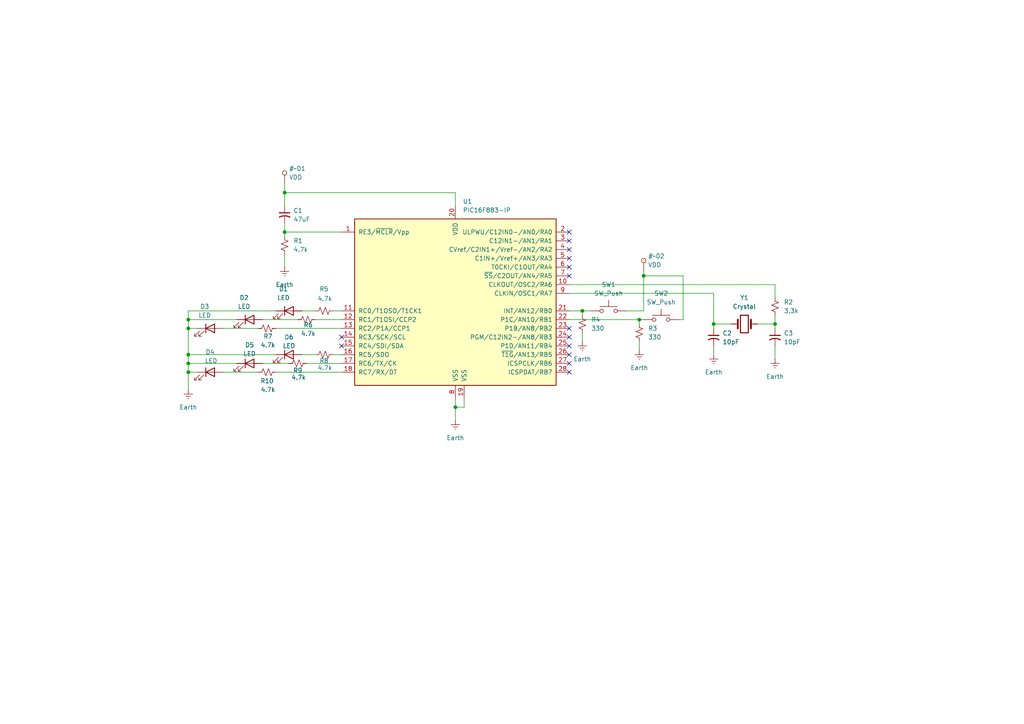
<source format=kicad_sch>
(kicad_sch (version 20250114) (generator "eeschema") (generator_version "9.0")
  (paper "A4")
  (lib_symbols
    (symbol "1New_symbol_Library_Payden_8_0_7:VDD" (power) (in_bom no) (on_board no)
      (property "Reference" "~" (at -1.27 4.064 0))
      (property "Value" "VDD" (at 0 2.286 0))
      (symbol "VDD_1_1"
        (circle (center 0 0.635) (radius 0.635) (fill (type background)))
        (pin power_in line (at 0 -2.54 90) (length 2.54) (name "") (number ""))
      )
    )
    (symbol "Device:C_Small_US" (pin_numbers (hide yes)) (pin_names (offset 0.254) (hide yes))
      (property "Reference" "C" (at 0.254 1.778 0))
      (property "Value" "C_Small_US" (at 0.254 -2.032 0))
      (symbol "C_Small_US_0_1"
        (polyline (pts (xy -1.524 0.508) (xy 1.524 0.508)) (stroke (width 0.3048)))
        (arc (start -1.524 -0.762) (mid 0 -0.3734) (end 1.524 -0.762) (stroke (width 0.3048)))
      )
      (symbol "C_Small_US_1_1"
        (pin passive line (at 0 2.54 270) (length 2.032) (name "~") (number "1"))
        (pin passive line (at 0 -2.54 90) (length 2.032) (name "~") (number "2"))
      )
    )
    (symbol "Device:Crystal" (pin_numbers (hide yes)) (pin_names (offset 1.016) (hide yes))
      (property "Reference" "Y" (at 0 3.81 0))
      (property "Value" "Crystal" (at 0 -3.81 0))
      (symbol "Crystal_0_1"
        (polyline (pts (xy -2.54 0) (xy -1.905 0)))
        (polyline (pts (xy -1.905 -1.27) (xy -1.905 1.27)) (stroke (width 0.508)))
        (rectangle (start -1.143 2.54) (end 1.143 -2.54) (stroke (width 0.3048)))
        (polyline (pts (xy 1.905 -1.27) (xy 1.905 1.27)) (stroke (width 0.508)))
        (polyline (pts (xy 2.54 0) (xy 1.905 0)))
      )
      (symbol "Crystal_1_1"
        (pin passive line (at -3.81 0 0) (length 1.27) (name "1") (number "1"))
        (pin passive line (at 3.81 0 180) (length 1.27) (name "2") (number "2"))
      )
    )
    (symbol "Device:LED" (pin_numbers (hide yes)) (pin_names (offset 1.016) (hide yes))
      (property "Reference" "D" (at 0 2.54 0))
      (property "Value" "LED" (at 0 -2.54 0))
      (symbol "LED_0_1"
        (polyline (pts (xy -3.048 -0.762) (xy -4.572 -2.286) (xy -3.81 -2.286) (xy -4.572 -2.286) (xy -4.572 -1.524)))
        (polyline (pts (xy -1.778 -0.762) (xy -3.302 -2.286) (xy -2.54 -2.286) (xy -3.302 -2.286) (xy -3.302 -1.524)))
        (polyline (pts (xy -1.27 0) (xy 1.27 0)))
        (polyline (pts (xy -1.27 -1.27) (xy -1.27 1.27)) (stroke (width 0.254)))
        (polyline (pts (xy 1.27 -1.27) (xy 1.27 1.27) (xy -1.27 0) (xy 1.27 -1.27)) (stroke (width 0.254)))
      )
      (symbol "LED_1_1"
        (pin passive line (at -3.81 0 0) (length 2.54) (name "K") (number "1"))
        (pin passive line (at 3.81 0 180) (length 2.54) (name "A") (number "2"))
      )
    )
    (symbol "Device:R_Small_US" (pin_numbers (hide yes)) (pin_names (offset 0.254) (hide yes))
      (property "Reference" "R" (at 0.762 0.508 0))
      (property "Value" "R_Small_US" (at 0.762 -1.016 0))
      (symbol "R_Small_US_1_1"
        (polyline (pts (xy 0 1.524) (xy 1.016 1.143) (xy 0 0.762) (xy -1.016 0.381) (xy 0 0)))
        (polyline (pts (xy 0 0) (xy 1.016 -0.381) (xy 0 -0.762) (xy -1.016 -1.143) (xy 0 -1.524)))
        (pin passive line (at 0 2.54 270) (length 1.016) (name "~") (number "1"))
        (pin passive line (at 0 -2.54 90) (length 1.016) (name "~") (number "2"))
      )
    )
    (symbol "MCU_Microchip_PIC16:PIC16F883-IP" (pin_names (offset 1.016))
      (property "Reference" "U" (at 13.97 27.94 0))
      (property "Value" "PIC16F883-IP" (at 13.97 25.4 0))
      (symbol "PIC16F883-IP_0_1"
        (rectangle (start -29.21 24.13) (end 29.21 -24.13) (stroke (width 0.254)) (fill (type background)))
      )
      (symbol "PIC16F883-IP_1_1"
        (pin bidirectional line (at -33.02 20.32 0) (length 3.81) (name "RE3/~{MCLR}/Vpp") (number "1"))
        (pin bidirectional line (at -33.02 -2.54 0) (length 3.81) (name "RC0/T1OSO/T1CK1") (number "11"))
        (pin bidirectional line (at -33.02 -5.08 0) (length 3.81) (name "RC1/T1OSI/CCP2") (number "12"))
        (pin bidirectional line (at -33.02 -7.62 0) (length 3.81) (name "RC2/P1A/CCP1") (number "13"))
        (pin bidirectional line (at -33.02 -10.16 0) (length 3.81) (name "RC3/SCK/SCL") (number "14"))
        (pin bidirectional line (at -33.02 -12.7 0) (length 3.81) (name "RC4/SDI/SDA") (number "15"))
        (pin bidirectional line (at -33.02 -15.24 0) (length 3.81) (name "RC5/SDO") (number "16"))
        (pin bidirectional line (at -33.02 -17.78 0) (length 3.81) (name "RC6/TX/CK") (number "17"))
        (pin bidirectional line (at -33.02 -20.32 0) (length 3.81) (name "RC7/RX/DT") (number "18"))
        (pin power_in line (at 0 27.94 270) (length 3.81) (name "VDD") (number "20"))
        (pin power_in line (at 0 -27.94 90) (length 3.81) (name "VSS") (number "8"))
        (pin power_in line (at 2.54 -27.94 90) (length 3.81) (name "VSS") (number "19"))
        (pin bidirectional line (at 33.02 20.32 180) (length 3.81) (name "ULPWU/C12IN0-/AN0/RA0") (number "2"))
        (pin bidirectional line (at 33.02 17.78 180) (length 3.81) (name "C12IN1-/AN1/RA1") (number "3"))
        (pin bidirectional line (at 33.02 15.24 180) (length 3.81) (name "CVref/C2IN1+/Vref-/AN2/RA2") (number "4"))
        (pin bidirectional line (at 33.02 12.7 180) (length 3.81) (name "C1IN+/Vref+/AN3/RA3") (number "5"))
        (pin bidirectional line (at 33.02 10.16 180) (length 3.81) (name "T0CKI/C1OUT/RA4") (number "6"))
        (pin bidirectional line (at 33.02 7.62 180) (length 3.81) (name "~{SS}/C2OUT/AN4/RA5") (number "7"))
        (pin bidirectional line (at 33.02 5.08 180) (length 3.81) (name "CLKOUT/OSC2/RA6") (number "10"))
        (pin input line (at 33.02 2.54 180) (length 3.81) (name "CLKIN/OSC1/RA7") (number "9"))
        (pin bidirectional line (at 33.02 -2.54 180) (length 3.81) (name "INT/AN12/RB0") (number "21"))
        (pin bidirectional line (at 33.02 -5.08 180) (length 3.81) (name "P1C/AN10/RB1") (number "22"))
        (pin bidirectional line (at 33.02 -7.62 180) (length 3.81) (name "P1B/AN8/RB2") (number "23"))
        (pin bidirectional line (at 33.02 -10.16 180) (length 3.81) (name "PGM/C12IN2-/AN8/RB3") (number "24"))
        (pin bidirectional line (at 33.02 -12.7 180) (length 3.81) (name "P1D/AN11/RB4") (number "25"))
        (pin bidirectional line (at 33.02 -15.24 180) (length 3.81) (name "~{T1G}/AN13/RB5") (number "26"))
        (pin bidirectional line (at 33.02 -17.78 180) (length 3.81) (name "ICSPCLK/RB6") (number "27"))
        (pin bidirectional line (at 33.02 -20.32 180) (length 3.81) (name "ICSPDAT/RB7") (number "28"))
      )
    )
    (symbol "Switch:SW_Push" (pin_numbers (hide yes)) (pin_names (offset 1.016) (hide yes))
      (property "Reference" "SW" (at 1.27 2.54 0))
      (property "Value" "SW_Push" (at 0 -1.524 0))
      (symbol "SW_Push_0_1"
        (circle (center -2.032 0) (radius 0.508))
        (polyline (pts (xy 0 1.27) (xy 0 3.048)))
        (circle (center 2.032 0) (radius 0.508))
        (polyline (pts (xy 2.54 1.27) (xy -2.54 1.27)))
        (pin passive line (at -5.08 0 0) (length 2.54) (name "1") (number "1"))
        (pin passive line (at 5.08 0 180) (length 2.54) (name "2") (number "2"))
      )
    )
    (symbol "power:Earth" (power) (pin_numbers (hide yes)) (pin_names (offset 0) (hide yes))
      (property "Value" "Earth" (at 0 -3.81 0))
      (symbol "Earth_0_1"
        (polyline (pts (xy -0.635 -1.905) (xy 0.635 -1.905)))
        (polyline (pts (xy -0.127 -2.54) (xy 0.127 -2.54)))
        (polyline (pts (xy 0 -1.27) (xy 0 0)))
        (polyline (pts (xy 1.27 -1.27) (xy -1.27 -1.27)))
      )
      (symbol "Earth_1_1"
        (pin power_in line (at 0 0 270) (length 0) (name "~") (number "1"))
      )
    )
  )
  (junction (at 54.61 102.87))
  (junction (at 82.55 55.88))
  (junction (at 207.01 93.98))
  (junction (at 54.61 107.95))
  (junction (at 168.91 90.17))
  (junction (at 54.61 105.41))
  (junction (at 186.69 80.01))
  (junction (at 224.79 93.98))
  (junction (at 54.61 92.71))
  (junction (at 54.61 95.25))
  (junction (at 185.42 92.71))
  (junction (at 82.55 67.31))
  (junction (at 132.08 118.11))
  (no_connect (at 165.1 95.25))
  (no_connect (at 165.1 72.39))
  (no_connect (at 165.1 69.85))
  (no_connect (at 165.1 107.95))
  (no_connect (at 99.06 100.33))
  (no_connect (at 165.1 97.79))
  (no_connect (at 165.1 105.41))
  (no_connect (at 165.1 67.31))
  (no_connect (at 165.1 77.47))
  (no_connect (at 165.1 100.33))
  (no_connect (at 99.06 97.79))
  (no_connect (at 165.1 102.87))
  (no_connect (at 165.1 74.93))
  (no_connect (at 165.1 80.01))
  (wire (pts (xy 82.55 67.31) (xy 82.55 68.58)))
  (wire (pts (xy 168.91 90.17) (xy 168.91 91.44)))
  (wire (pts (xy 82.55 55.88) (xy 132.08 55.88)))
  (wire (pts (xy 82.55 53.34) (xy 82.55 55.88)))
  (wire (pts (xy 64.77 107.95) (xy 74.93 107.95)))
  (wire (pts (xy 186.69 80.01) (xy 186.69 78.74)))
  (wire (pts (xy 224.79 100.33) (xy 224.79 104.14)))
  (wire (pts (xy 54.61 107.95) (xy 54.61 113.03)))
  (wire (pts (xy 80.01 107.95) (xy 99.06 107.95)))
  (wire (pts (xy 185.42 99.06) (xy 185.42 101.6)))
  (wire (pts (xy 54.61 105.41) (xy 54.61 107.95)))
  (wire (pts (xy 54.61 95.25) (xy 54.61 102.87)))
  (wire (pts (xy 76.2 92.71) (xy 86.36 92.71)))
  (wire (pts (xy 207.01 93.98) (xy 212.09 93.98)))
  (wire (pts (xy 88.9 105.41) (xy 99.06 105.41)))
  (wire (pts (xy 168.91 96.52) (xy 168.91 99.06)))
  (wire (pts (xy 165.1 90.17) (xy 168.91 90.17)))
  (wire (pts (xy 68.58 92.71) (xy 54.61 92.71)))
  (wire (pts (xy 224.79 93.98) (xy 224.79 95.25)))
  (wire (pts (xy 91.44 92.71) (xy 99.06 92.71)))
  (wire (pts (xy 132.08 115.57) (xy 132.08 118.11)))
  (wire (pts (xy 134.62 115.57) (xy 134.62 118.11)))
  (wire (pts (xy 87.63 102.87) (xy 91.44 102.87)))
  (wire (pts (xy 165.1 82.55) (xy 224.79 82.55)))
  (wire (pts (xy 224.79 82.55) (xy 224.79 86.36)))
  (wire (pts (xy 76.2 105.41) (xy 83.82 105.41)))
  (wire (pts (xy 54.61 105.41) (xy 68.58 105.41)))
  (wire (pts (xy 96.52 90.17) (xy 99.06 90.17)))
  (wire (pts (xy 54.61 102.87) (xy 54.61 105.41)))
  (wire (pts (xy 82.55 67.31) (xy 99.06 67.31)))
  (wire (pts (xy 185.42 93.98) (xy 185.42 92.71)))
  (wire (pts (xy 80.01 90.17) (xy 54.61 90.17)))
  (wire (pts (xy 57.15 95.25) (xy 54.61 95.25)))
  (wire (pts (xy 224.79 91.44) (xy 224.79 93.98)))
  (wire (pts (xy 219.71 93.98) (xy 224.79 93.98)))
  (wire (pts (xy 207.01 85.09) (xy 207.01 93.98)))
  (wire (pts (xy 54.61 90.17) (xy 54.61 92.71)))
  (wire (pts (xy 132.08 118.11) (xy 134.62 118.11)))
  (wire (pts (xy 132.08 59.69) (xy 132.08 55.88)))
  (wire (pts (xy 181.61 90.17) (xy 186.69 90.17)))
  (wire (pts (xy 54.61 102.87) (xy 80.01 102.87)))
  (wire (pts (xy 165.1 85.09) (xy 207.01 85.09)))
  (wire (pts (xy 198.12 92.71) (xy 196.85 92.71)))
  (wire (pts (xy 168.91 90.17) (xy 171.45 90.17)))
  (wire (pts (xy 82.55 55.88) (xy 82.55 59.69)))
  (wire (pts (xy 96.52 102.87) (xy 99.06 102.87)))
  (wire (pts (xy 87.63 90.17) (xy 91.44 90.17)))
  (wire (pts (xy 82.55 64.77) (xy 82.55 67.31)))
  (wire (pts (xy 198.12 80.01) (xy 186.69 80.01)))
  (wire (pts (xy 57.15 107.95) (xy 54.61 107.95)))
  (wire (pts (xy 165.1 92.71) (xy 185.42 92.71)))
  (wire (pts (xy 198.12 92.71) (xy 198.12 80.01)))
  (wire (pts (xy 207.01 100.33) (xy 207.01 102.87)))
  (wire (pts (xy 185.42 92.71) (xy 186.69 92.71)))
  (wire (pts (xy 186.69 90.17) (xy 186.69 80.01)))
  (wire (pts (xy 207.01 93.98) (xy 207.01 95.25)))
  (wire (pts (xy 64.77 95.25) (xy 74.93 95.25)))
  (wire (pts (xy 132.08 118.11) (xy 132.08 121.92)))
  (wire (pts (xy 82.55 73.66) (xy 82.55 77.47)))
  (wire (pts (xy 54.61 92.71) (xy 54.61 95.25)))
  (wire (pts (xy 80.01 95.25) (xy 99.06 95.25)))
  (symbol (lib_id "Device:C_Small_US") (at 224.79 97.79 0) (unit 1)
    (property "Reference" "C3" (at 227.33 96.6469 0) (effects (justify left)))
    (property "Value" "10pF" (at 227.33 99.1869 0) (effects (justify left)))
    (property "Description" "capacitor, small US symbol" (effects (hide yes)))
  )
  (symbol (lib_id "Device:Crystal") (at 215.9 93.98 0) (unit 1)
    (property "Reference" "Y1" (at 215.9 86.36 0))
    (property "Value" "Crystal" (at 215.9 88.9 0))
    (property "Description" "Two pin crystal" (effects (hide yes)))
  )
  (symbol (lib_id "Device:C_Small_US") (at 82.55 62.23 0) (unit 1)
    (property "Reference" "C1" (at 85.09 61.0869 0) (effects (justify left)))
    (property "Value" "47uF" (at 85.09 63.6269 0) (effects (justify left)))
    (property "Description" "capacitor, small US symbol" (effects (hide yes)))
  )
  (symbol (lib_id "Device:R_Small_US") (at 77.47 107.95 270) (unit 1)
    (property "Reference" "R10" (at 77.47 110.49 90))
    (property "Value" "4.7k" (at 77.724 113.03 90))
    (property "Description" "Resistor, small US symbol" (effects (hide yes)))
  )
  (symbol (lib_id "Device:R_Small_US") (at 88.9 92.71 270) (unit 1)
    (property "Reference" "R6" (at 89.408 94.234 90))
    (property "Value" "4.7k" (at 89.408 96.774 90))
    (property "Description" "Resistor, small US symbol" (effects (hide yes)))
  )
  (symbol (lib_id "Device:R_Small_US") (at 168.91 93.98 180) (unit 1)
    (property "Reference" "R4" (at 171.45 92.7099 0) (effects (justify right)))
    (property "Value" "330" (at 171.45 95.2499 0) (effects (justify right)))
    (property "Description" "Resistor, small US symbol" (effects (hide yes)))
  )
  (symbol (lib_id "power:Earth") (at 207.01 102.87 0) (unit 1)
    (property "Reference" "#PWR03" (effects (hide yes)))
    (property "Value" "Earth" (at 207.01 107.95 0))
    (property "Description" "Power symbol creates a global label with name \"Earth\"" (effects (hide yes)))
  )
  (symbol (lib_id "power:Earth") (at 224.79 104.14 0) (unit 1)
    (property "Reference" "#PWR04" (effects (hide yes)))
    (property "Value" "Earth" (at 224.79 109.22 0))
    (property "Description" "Power symbol creates a global label with name \"Earth\"" (effects (hide yes)))
  )
  (symbol (lib_id "Device:R_Small_US") (at 224.79 88.9 0) (unit 1)
    (property "Reference" "R2" (at 227.33 87.6299 0) (effects (justify left)))
    (property "Value" "3.3k" (at 227.33 90.1699 0) (effects (justify left)))
    (property "Description" "Resistor, small US symbol" (effects (hide yes)))
  )
  (symbol (lib_id "power:Earth") (at 185.42 101.6 0) (unit 1)
    (property "Reference" "#PWR05" (effects (hide yes)))
    (property "Value" "Earth" (at 185.42 106.68 0))
    (property "Description" "Power symbol creates a global label with name \"Earth\"" (effects (hide yes)))
  )
  (symbol (lib_id "Device:R_Small_US") (at 93.98 90.17 270) (unit 1)
    (property "Reference" "R5" (at 93.98 83.82 90))
    (property "Value" "4.7k" (at 94.234 86.614 90))
    (property "Description" "Resistor, small US symbol" (effects (hide yes)))
  )
  (symbol (lib_id "Device:LED") (at 83.82 102.87 0) (unit 1)
    (property "Reference" "D6" (at 83.82 97.79 0))
    (property "Value" "LED" (at 83.82 100.33 0))
    (property "Description" "Light emitting diode" (effects (hide yes)))
    (property "Sim.Pins" "1=K 2=A" (effects (hide yes)))
  )
  (symbol (lib_id "Device:LED") (at 83.82 90.17 0) (unit 1)
    (property "Reference" "D1" (at 82.2325 83.82 0))
    (property "Value" "LED" (at 82.2325 86.36 0))
    (property "Description" "Light emitting diode" (effects (hide yes)))
    (property "Sim.Pins" "1=K 2=A" (effects (hide yes)))
  )
  (symbol (lib_id "MCU_Microchip_PIC16:PIC16F883-IP") (at 132.08 87.63 0) (unit 1)
    (property "Reference" "U1" (at 134.2233 58.42 0) (effects (justify left)))
    (property "Value" "PIC16F883-IP" (at 134.2233 60.96 0) (effects (justify left)))
    (property "Datasheet" "http://ww1.microchip.com/downloads/en/DeviceDoc/41291D.pdf" (effects (hide yes)))
    (property "Description" "4K Flash, 256B SRAM, 256B EEPROM, XLP, DIP28" (effects (hide yes)))
  )
  (symbol (lib_id "power:Earth") (at 54.61 113.03 0) (unit 1)
    (property "Reference" "#PWR07" (effects (hide yes)))
    (property "Value" "Earth" (at 54.61 118.11 0))
    (property "Description" "Power symbol creates a global label with name \"Earth\"" (effects (hide yes)))
  )
  (symbol (lib_id "Device:R_Small_US") (at 93.98 102.87 270) (unit 1)
    (property "Reference" "R8" (at 93.98 104.648 90))
    (property "Value" "4.7k" (at 94.234 106.68 90))
    (property "Description" "Resistor, small US symbol" (effects (hide yes)))
  )
  (symbol (lib_id "Device:LED") (at 72.39 92.71 0) (unit 1)
    (property "Reference" "D2" (at 70.8025 86.36 0))
    (property "Value" "LED" (at 70.8025 88.9 0))
    (property "Description" "Light emitting diode" (effects (hide yes)))
    (property "Sim.Pins" "1=K 2=A" (effects (hide yes)))
  )
  (symbol (lib_id "1New_symbol_Library_Payden_8_0_7:VDD") (at 82.55 50.8 0) (unit 1) (in_bom no) (on_board no)
    (property "Reference" "~01" (at 83.82 48.8949 0) (effects (justify left)))
    (property "Value" "VDD" (at 83.82 51.4349 0) (effects (justify left)))
  )
  (symbol (lib_id "Device:LED") (at 72.39 105.41 0) (unit 1)
    (property "Reference" "D5" (at 72.39 100.076 0))
    (property "Value" "LED" (at 72.39 102.616 0))
    (property "Description" "Light emitting diode" (effects (hide yes)))
    (property "Sim.Pins" "1=K 2=A" (effects (hide yes)))
  )
  (symbol (lib_id "power:Earth") (at 132.08 121.92 0) (unit 1)
    (property "Reference" "#PWR02" (effects (hide yes)))
    (property "Value" "Earth" (at 132.08 127 0))
    (property "Description" "Power symbol creates a global label with name \"Earth\"" (effects (hide yes)))
  )
  (symbol (lib_id "Switch:SW_Push") (at 176.53 90.17 0) (unit 1)
    (property "Reference" "SW1" (at 176.53 82.55 0))
    (property "Value" "SW_Push" (at 176.53 85.09 0))
    (property "Description" "Push button switch, generic, two pins" (effects (hide yes)))
  )
  (symbol (lib_id "power:Earth") (at 168.91 99.06 0) (unit 1)
    (property "Reference" "#PWR06" (effects (hide yes)))
    (property "Value" "Earth" (at 168.91 104.14 0))
    (property "Description" "Power symbol creates a global label with name \"Earth\"" (effects (hide yes)))
  )
  (symbol (lib_id "Device:R_Small_US") (at 185.42 96.52 180) (unit 1)
    (property "Reference" "R3" (at 187.96 95.2499 0) (effects (justify right)))
    (property "Value" "330" (at 187.96 97.7899 0) (effects (justify right)))
    (property "Description" "Resistor, small US symbol" (effects (hide yes)))
  )
  (symbol (lib_id "Device:C_Small_US") (at 207.01 97.79 0) (unit 1)
    (property "Reference" "C2" (at 209.55 96.6469 0) (effects (justify left)))
    (property "Value" "10pF" (at 209.55 99.1869 0) (effects (justify left)))
    (property "Description" "capacitor, small US symbol" (effects (hide yes)))
  )
  (symbol (lib_id "Device:R_Small_US") (at 82.55 71.12 0) (unit 1)
    (property "Reference" "R1" (at 85.09 69.8499 0) (effects (justify left)))
    (property "Value" "4.7k" (at 85.09 72.3899 0) (effects (justify left)))
    (property "Description" "Resistor, small US symbol" (effects (hide yes)))
  )
  (symbol (lib_id "Device:LED") (at 60.96 107.95 0) (unit 1)
    (property "Reference" "D4" (at 60.96 102.108 0))
    (property "Value" "LED" (at 61.214 104.648 0))
    (property "Description" "Light emitting diode" (effects (hide yes)))
    (property "Sim.Pins" "1=K 2=A" (effects (hide yes)))
  )
  (symbol (lib_id "Device:LED") (at 60.96 95.25 0) (unit 1)
    (property "Reference" "D3" (at 59.3725 88.9 0))
    (property "Value" "LED" (at 59.3725 91.44 0))
    (property "Description" "Light emitting diode" (effects (hide yes)))
    (property "Sim.Pins" "1=K 2=A" (effects (hide yes)))
  )
  (symbol (lib_id "Switch:SW_Push") (at 191.77 92.71 0) (unit 1)
    (property "Reference" "SW2" (at 191.77 85.09 0))
    (property "Value" "SW_Push" (at 191.77 87.63 0))
    (property "Description" "Push button switch, generic, two pins" (effects (hide yes)))
  )
  (symbol (lib_id "1New_symbol_Library_Payden_8_0_7:VDD") (at 186.69 76.2 0) (unit 1) (in_bom no) (on_board no)
    (property "Reference" "~02" (at 187.96 74.2949 0) (effects (justify left)))
    (property "Value" "VDD" (at 187.96 76.8349 0) (effects (justify left)))
  )
  (symbol (lib_id "Device:R_Small_US") (at 86.36 105.41 270) (unit 1)
    (property "Reference" "R9" (at 86.36 107.442 90))
    (property "Value" "4.7k" (at 86.614 109.474 90))
    (property "Description" "Resistor, small US symbol" (effects (hide yes)))
  )
  (symbol (lib_id "Device:R_Small_US") (at 77.47 95.25 270) (unit 1)
    (property "Reference" "R7" (at 77.724 97.536 90))
    (property "Value" "4.7k" (at 77.724 100.076 90))
    (property "Description" "Resistor, small US symbol" (effects (hide yes)))
  )
  (symbol (lib_id "power:Earth") (at 82.55 77.47 0) (unit 1)
    (property "Reference" "#PWR01" (effects (hide yes)))
    (property "Value" "Earth" (at 82.55 82.55 0))
    (property "Description" "Power symbol creates a global label with name \"Earth\"" (effects (hide yes)))
  )
)
</source>
